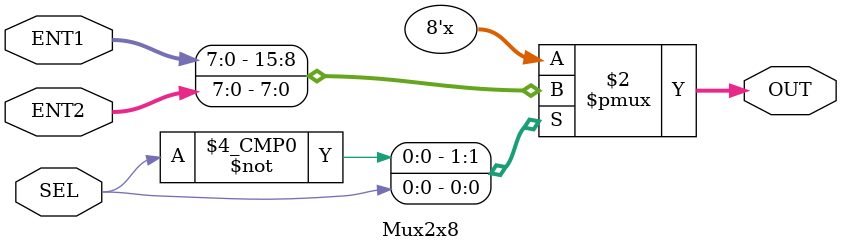
<source format=v>

module Mux2x8 (
    input [7:0] ENT1,
    input [7:0] ENT2,
    input SEL,
    output reg [7:0] OUT
);

always @(*) begin
    case (SEL)
        1'b0 : OUT = ENT1;
        1'b1 : OUT = ENT2; 
    endcase
end

endmodule
</source>
